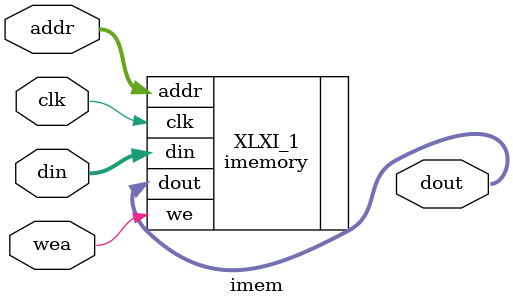
<source format=v>
`timescale 1ns / 1ps

module imem(addr, 
            clk, 
            din, 
            wea, 
            dout);

    input [8:0] addr;
    input clk;
    input [31:0] din;
    input wea;
   output [31:0] dout;
   
   
   imemory XLXI_1 (.addr(addr[8:0]), 
                   .clk(clk), 
                   .din(din[31:0]), 
                   .we(wea), 
                   .dout(dout[31:0]));
endmodule

</source>
